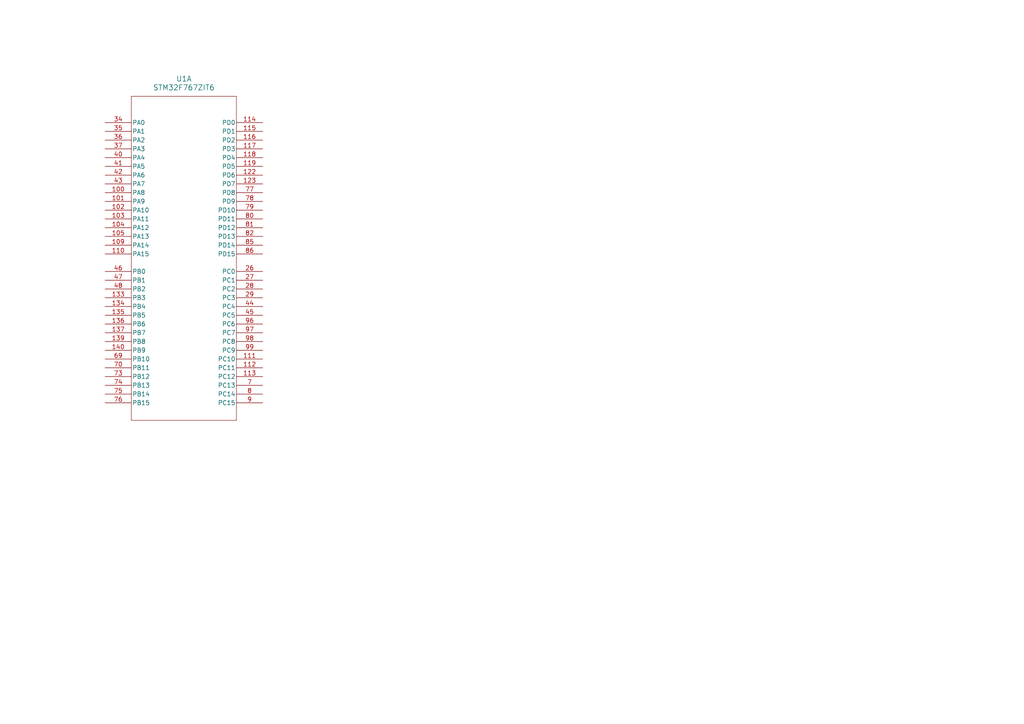
<source format=kicad_sch>
(kicad_sch (version 20250114) (generator "eeschema") (generator_version "9.0")
  (paper "A4")
  (title_block (title "MCU"))
  (lib_symbols
    (symbol "STM32F767ZIT6:STM32F767ZIT6" (pin_names (offset 0.254))
      (property "Reference" "U" (at 22.86 12.7 0))
      (property "Value" "STM32F767ZIT6" (at 22.86 10.16 0))
      (symbol "STM32F767ZIT6_1_1"
        (polyline (pts (xy 7.62 7.62) (xy 7.62 -86.36)) (stroke (width 0.127)))
        (polyline (pts (xy 7.62 -86.36) (xy 38.1 -86.36)) (stroke (width 0.127)))
        (polyline (pts (xy 38.1 7.62) (xy 7.62 7.62)) (stroke (width 0.127)))
        (polyline (pts (xy 38.1 -86.36) (xy 38.1 7.62)) (stroke (width 0.127)))
        (pin bidirectional line (at 0 0 0) (length 7.62) (name "PA0") (number "34"))
        (pin bidirectional line (at 0 -2.54 0) (length 7.62) (name "PA1") (number "35"))
        (pin bidirectional line (at 0 -5.08 0) (length 7.62) (name "PA2") (number "36"))
        (pin bidirectional line (at 0 -7.62 0) (length 7.62) (name "PA3") (number "37"))
        (pin bidirectional line (at 0 -10.16 0) (length 7.62) (name "PA4") (number "40"))
        (pin bidirectional line (at 0 -12.7 0) (length 7.62) (name "PA5") (number "41"))
        (pin bidirectional line (at 0 -15.24 0) (length 7.62) (name "PA6") (number "42"))
        (pin bidirectional line (at 0 -17.78 0) (length 7.62) (name "PA7") (number "43"))
        (pin bidirectional line (at 0 -20.32 0) (length 7.62) (name "PA8") (number "100"))
        (pin bidirectional line (at 0 -22.86 0) (length 7.62) (name "PA9") (number "101"))
        (pin bidirectional line (at 0 -25.4 0) (length 7.62) (name "PA10") (number "102"))
        (pin bidirectional line (at 0 -27.94 0) (length 7.62) (name "PA11") (number "103"))
        (pin bidirectional line (at 0 -30.48 0) (length 7.62) (name "PA12") (number "104"))
        (pin bidirectional line (at 0 -33.02 0) (length 7.62) (name "PA13") (number "105"))
        (pin bidirectional line (at 0 -35.56 0) (length 7.62) (name "PA14") (number "109"))
        (pin bidirectional line (at 0 -38.1 0) (length 7.62) (name "PA15") (number "110"))
        (pin bidirectional line (at 0 -43.18 0) (length 7.62) (name "PB0") (number "46"))
        (pin bidirectional line (at 0 -45.72 0) (length 7.62) (name "PB1") (number "47"))
        (pin bidirectional line (at 0 -48.26 0) (length 7.62) (name "PB2") (number "48"))
        (pin bidirectional line (at 0 -50.8 0) (length 7.62) (name "PB3") (number "133"))
        (pin bidirectional line (at 0 -53.34 0) (length 7.62) (name "PB4") (number "134"))
        (pin bidirectional line (at 0 -55.88 0) (length 7.62) (name "PB5") (number "135"))
        (pin bidirectional line (at 0 -58.42 0) (length 7.62) (name "PB6") (number "136"))
        (pin bidirectional line (at 0 -60.96 0) (length 7.62) (name "PB7") (number "137"))
        (pin bidirectional line (at 0 -63.5 0) (length 7.62) (name "PB8") (number "139"))
        (pin bidirectional line (at 0 -66.04 0) (length 7.62) (name "PB9") (number "140"))
        (pin bidirectional line (at 0 -68.58 0) (length 7.62) (name "PB10") (number "69"))
        (pin bidirectional line (at 0 -71.12 0) (length 7.62) (name "PB11") (number "70"))
        (pin bidirectional line (at 0 -73.66 0) (length 7.62) (name "PB12") (number "73"))
        (pin bidirectional line (at 0 -76.2 0) (length 7.62) (name "PB13") (number "74"))
        (pin bidirectional line (at 0 -78.74 0) (length 7.62) (name "PB14") (number "75"))
        (pin bidirectional line (at 0 -81.28 0) (length 7.62) (name "PB15") (number "76"))
        (pin bidirectional line (at 45.72 0 180) (length 7.62) (name "PD0") (number "114"))
        (pin bidirectional line (at 45.72 -2.54 180) (length 7.62) (name "PD1") (number "115"))
        (pin bidirectional line (at 45.72 -5.08 180) (length 7.62) (name "PD2") (number "116"))
        (pin bidirectional line (at 45.72 -7.62 180) (length 7.62) (name "PD3") (number "117"))
        (pin bidirectional line (at 45.72 -10.16 180) (length 7.62) (name "PD4") (number "118"))
        (pin bidirectional line (at 45.72 -12.7 180) (length 7.62) (name "PD5") (number "119"))
        (pin bidirectional line (at 45.72 -15.24 180) (length 7.62) (name "PD6") (number "122"))
        (pin bidirectional line (at 45.72 -17.78 180) (length 7.62) (name "PD7") (number "123"))
        (pin bidirectional line (at 45.72 -20.32 180) (length 7.62) (name "PD8") (number "77"))
        (pin bidirectional line (at 45.72 -22.86 180) (length 7.62) (name "PD9") (number "78"))
        (pin bidirectional line (at 45.72 -25.4 180) (length 7.62) (name "PD10") (number "79"))
        (pin bidirectional line (at 45.72 -27.94 180) (length 7.62) (name "PD11") (number "80"))
        (pin bidirectional line (at 45.72 -30.48 180) (length 7.62) (name "PD12") (number "81"))
        (pin bidirectional line (at 45.72 -33.02 180) (length 7.62) (name "PD13") (number "82"))
        (pin bidirectional line (at 45.72 -35.56 180) (length 7.62) (name "PD14") (number "85"))
        (pin bidirectional line (at 45.72 -38.1 180) (length 7.62) (name "PD15") (number "86"))
        (pin bidirectional line (at 45.72 -43.18 180) (length 7.62) (name "PC0") (number "26"))
        (pin bidirectional line (at 45.72 -45.72 180) (length 7.62) (name "PC1") (number "27"))
        (pin bidirectional line (at 45.72 -48.26 180) (length 7.62) (name "PC2") (number "28"))
        (pin bidirectional line (at 45.72 -50.8 180) (length 7.62) (name "PC3") (number "29"))
        (pin bidirectional line (at 45.72 -53.34 180) (length 7.62) (name "PC4") (number "44"))
        (pin bidirectional line (at 45.72 -55.88 180) (length 7.62) (name "PC5") (number "45"))
        (pin bidirectional line (at 45.72 -58.42 180) (length 7.62) (name "PC6") (number "96"))
        (pin bidirectional line (at 45.72 -60.96 180) (length 7.62) (name "PC7") (number "97"))
        (pin bidirectional line (at 45.72 -63.5 180) (length 7.62) (name "PC8") (number "98"))
        (pin bidirectional line (at 45.72 -66.04 180) (length 7.62) (name "PC9") (number "99"))
        (pin bidirectional line (at 45.72 -68.58 180) (length 7.62) (name "PC10") (number "111"))
        (pin bidirectional line (at 45.72 -71.12 180) (length 7.62) (name "PC11") (number "112"))
        (pin bidirectional line (at 45.72 -73.66 180) (length 7.62) (name "PC12") (number "113"))
        (pin bidirectional line (at 45.72 -76.2 180) (length 7.62) (name "PC13") (number "7"))
        (pin bidirectional line (at 45.72 -78.74 180) (length 7.62) (name "PC14") (number "8"))
        (pin bidirectional line (at 45.72 -81.28 180) (length 7.62) (name "PC15") (number "9"))
      )
      (symbol "STM32F767ZIT6_2_1"
        (polyline (pts (xy 7.62 5.08) (xy 7.62 -88.9)) (stroke (width 0.127)))
        (polyline (pts (xy 7.62 -88.9) (xy 33.02 -88.9)) (stroke (width 0.127)))
        (polyline (pts (xy 33.02 5.08) (xy 7.62 5.08)) (stroke (width 0.127)))
        (polyline (pts (xy 33.02 -88.9) (xy 33.02 5.08)) (stroke (width 0.127)))
        (pin bidirectional line (at 0 0 0) (length 7.62) (name "PE0") (number "141"))
        (pin bidirectional line (at 0 -2.54 0) (length 7.62) (name "PE1") (number "142"))
        (pin bidirectional line (at 0 -5.08 0) (length 7.62) (name "PE2") (number "1"))
        (pin bidirectional line (at 0 -7.62 0) (length 7.62) (name "PE3") (number "2"))
        (pin bidirectional line (at 0 -10.16 0) (length 7.62) (name "PE4") (number "3"))
        (pin bidirectional line (at 0 -12.7 0) (length 7.62) (name "PE5") (number "4"))
        (pin bidirectional line (at 0 -15.24 0) (length 7.62) (name "PE6") (number "5"))
        (pin bidirectional line (at 0 -17.78 0) (length 7.62) (name "PE7") (number "58"))
        (pin bidirectional line (at 0 -20.32 0) (length 7.62) (name "PE8") (number "59"))
        (pin bidirectional line (at 0 -22.86 0) (length 7.62) (name "PE9") (number "60"))
        (pin bidirectional line (at 0 -25.4 0) (length 7.62) (name "PE10") (number "63"))
        (pin bidirectional line (at 0 -27.94 0) (length 7.62) (name "PE11") (number "64"))
        (pin bidirectional line (at 0 -30.48 0) (length 7.62) (name "PE12") (number "65"))
        (pin bidirectional line (at 0 -33.02 0) (length 7.62) (name "PE13") (number "66"))
        (pin bidirectional line (at 0 -35.56 0) (length 7.62) (name "PE14") (number "67"))
        (pin bidirectional line (at 0 -38.1 0) (length 7.62) (name "PE15") (number "68"))
        (pin bidirectional line (at 0 -45.72 0) (length 7.62) (name "PF0") (number "10"))
        (pin bidirectional line (at 0 -48.26 0) (length 7.62) (name "PF1") (number "11"))
        (pin bidirectional line (at 0 -50.8 0) (length 7.62) (name "PF2") (number "12"))
        (pin bidirectional line (at 0 -53.34 0) (length 7.62) (name "PF3") (number "13"))
        (pin bidirectional line (at 0 -55.88 0) (length 7.62) (name "PF4") (number "14"))
        (pin bidirectional line (at 0 -58.42 0) (length 7.62) (name "PF5") (number "15"))
        (pin bidirectional line (at 0 -60.96 0) (length 7.62) (name "PF6") (number "18"))
        (pin bidirectional line (at 0 -63.5 0) (length 7.62) (name "PF7") (number "19"))
        (pin bidirectional line (at 0 -66.04 0) (length 7.62) (name "PF8") (number "20"))
        (pin bidirectional line (at 0 -68.58 0) (length 7.62) (name "PF9") (number "21"))
        (pin bidirectional line (at 0 -71.12 0) (length 7.62) (name "PF10") (number "22"))
        (pin bidirectional line (at 0 -73.66 0) (length 7.62) (name "PF11") (number "49"))
        (pin bidirectional line (at 0 -76.2 0) (length 7.62) (name "PF12") (number "50"))
        (pin bidirectional line (at 0 -78.74 0) (length 7.62) (name "PF13") (number "53"))
        (pin bidirectional line (at 0 -81.28 0) (length 7.62) (name "PF14") (number "54"))
        (pin bidirectional line (at 0 -83.82 0) (length 7.62) (name "PF15") (number "55"))
        (pin bidirectional line (at 40.64 0 180) (length 7.62) (name "PH0") (number "23"))
        (pin bidirectional line (at 40.64 -2.54 180) (length 7.62) (name "PH1") (number "24"))
        (pin bidirectional line (at 40.64 -45.72 180) (length 7.62) (name "PG0") (number "56"))
        (pin bidirectional line (at 40.64 -48.26 180) (length 7.62) (name "PG1") (number "57"))
        (pin bidirectional line (at 40.64 -50.8 180) (length 7.62) (name "PG2") (number "87"))
        (pin bidirectional line (at 40.64 -53.34 180) (length 7.62) (name "PG3") (number "88"))
        (pin bidirectional line (at 40.64 -55.88 180) (length 7.62) (name "PG4") (number "89"))
        (pin bidirectional line (at 40.64 -58.42 180) (length 7.62) (name "PG5") (number "90"))
        (pin bidirectional line (at 40.64 -60.96 180) (length 7.62) (name "PG6") (number "91"))
        (pin bidirectional line (at 40.64 -63.5 180) (length 7.62) (name "PG7") (number "92"))
        (pin bidirectional line (at 40.64 -66.04 180) (length 7.62) (name "PG8") (number "93"))
        (pin bidirectional line (at 40.64 -68.58 180) (length 7.62) (name "PG9") (number "124"))
        (pin bidirectional line (at 40.64 -71.12 180) (length 7.62) (name "PG10") (number "125"))
        (pin bidirectional line (at 40.64 -73.66 180) (length 7.62) (name "PG11") (number "126"))
        (pin bidirectional line (at 40.64 -76.2 180) (length 7.62) (name "PG12") (number "127"))
        (pin bidirectional line (at 40.64 -78.74 180) (length 7.62) (name "PG13") (number "128"))
        (pin bidirectional line (at 40.64 -81.28 180) (length 7.62) (name "PG14") (number "129"))
        (pin bidirectional line (at 40.64 -83.82 180) (length 7.62) (name "PG15") (number "132"))
      )
      (symbol "STM32F767ZIT6_3_1"
        (polyline (pts (xy 7.62 5.08) (xy 7.62 -58.42)) (stroke (width 0.127)))
        (polyline (pts (xy 7.62 -58.42) (xy 43.18 -58.42)) (stroke (width 0.127)))
        (polyline (pts (xy 43.18 5.08) (xy 7.62 5.08)) (stroke (width 0.127)))
        (polyline (pts (xy 43.18 -58.42) (xy 43.18 5.08)) (stroke (width 0.127)))
        (pin power_in line (at 0 0 0) (length 7.62) (name "VDD") (number "17"))
        (pin power_in line (at 0 -2.54 0) (length 7.62) (name "VDD") (number "30"))
        (pin power_in line (at 0 -5.08 0) (length 7.62) (name "VDD") (number "39"))
        (pin power_in line (at 0 -7.62 0) (length 7.62) (name "VDD") (number "52"))
        (pin power_in line (at 0 -10.16 0) (length 7.62) (name "VDD") (number "62"))
        (pin power_in line (at 0 -12.7 0) (length 7.62) (name "VDD") (number "72"))
        (pin power_in line (at 0 -15.24 0) (length 7.62) (name "VDD") (number "84"))
        (pin power_in line (at 0 -17.78 0) (length 7.62) (name "VDD") (number "108"))
        (pin power_in line (at 0 -20.32 0) (length 7.62) (name "VDD") (number "131"))
        (pin power_in line (at 0 -22.86 0) (length 7.62) (name "VDD") (number "144"))
        (pin power_in line (at 0 -27.94 0) (length 7.62) (name "VDDA") (number "33"))
        (pin power_in line (at 0 -33.02 0) (length 7.62) (name "VDDUSB") (number "95"))
        (pin power_in line (at 0 -38.1 0) (length 7.62) (name "VDDSDMMC") (number "121"))
        (pin power_in line (at 0 -43.18 0) (length 7.62) (name "VREF+") (number "32"))
        (pin power_in line (at 0 -48.26 0) (length 7.62) (name "VBAT") (number "6"))
        (pin power_in line (at 50.8 0 180) (length 7.62) (name "VSS") (number "16"))
        (pin power_in line (at 50.8 -2.54 180) (length 7.62) (name "VSS") (number "38"))
        (pin power_in line (at 50.8 -5.08 180) (length 7.62) (name "VSS") (number "51"))
        (pin power_in line (at 50.8 -7.62 180) (length 7.62) (name "VSS") (number "61"))
        (pin power_in line (at 50.8 -10.16 180) (length 7.62) (name "VSS") (number "83"))
        (pin power_in line (at 50.8 -12.7 180) (length 7.62) (name "VSS") (number "94"))
        (pin power_in line (at 50.8 -15.24 180) (length 7.62) (name "VSS") (number "107"))
        (pin power_in line (at 50.8 -17.78 180) (length 7.62) (name "VSS") (number "120"))
        (pin power_in line (at 50.8 -20.32 180) (length 7.62) (name "VSS") (number "130"))
        (pin power_in line (at 50.8 -25.4 180) (length 7.62) (name "VSSA") (number "31"))
        (pin unspecified line (at 50.8 -35.56 180) (length 7.62) (name "NRST") (number "25"))
        (pin unspecified line (at 50.8 -40.64 180) (length 7.62) (name "BOOT0") (number "138"))
        (pin unspecified line (at 50.8 -45.72 180) (length 7.62) (name "PDR_ON") (number "143"))
        (pin power_in line (at 50.8 -50.8 180) (length 7.62) (name "VCAP_1") (number "71"))
        (pin power_in line (at 50.8 -53.34 180) (length 7.62) (name "VCAP_2") (number "106"))
      )
    )
  )
  (symbol (lib_id "STM32F767ZIT6:STM32F767ZIT6") (at 30.48 35.56 0) (unit 1)
    (property "Reference" "U1" (at 53.34 22.86 0) (effects (font (size 1.524 1.524))))
    (property "Value" "STM32F767ZIT6" (at 53.34 25.4 0) (effects (font (size 1.524 1.524))))
    (property "Footprint" "STM32F767ZIT6:LQFP144-20x20mm_STM" (effects (hide yes)))
    (property "Datasheet" "https://www.st.com/resource/en/datasheet/stm32f765bi.pdf" (effects (hide yes)))
  )
)
</source>
